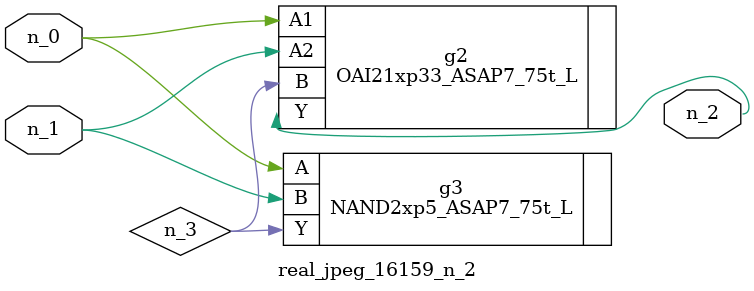
<source format=v>
module real_jpeg_16159_n_2 (n_1, n_0, n_2);

input n_1;
input n_0;

output n_2;

wire n_3;

OAI21xp33_ASAP7_75t_L g2 ( 
.A1(n_0),
.A2(n_1),
.B(n_3),
.Y(n_2)
);

NAND2xp5_ASAP7_75t_L g3 ( 
.A(n_0),
.B(n_1),
.Y(n_3)
);


endmodule
</source>
